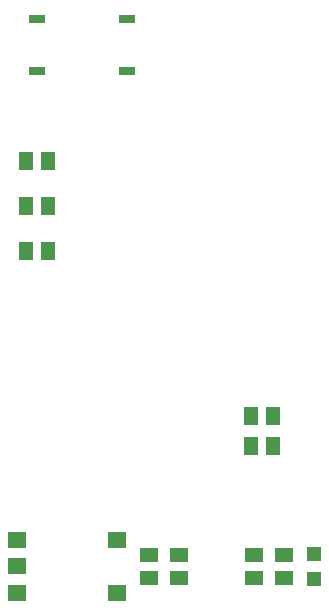
<source format=gtp>
G75*
%MOIN*%
%OFA0B0*%
%FSLAX25Y25*%
%IPPOS*%
%LPD*%
%AMOC8*
5,1,8,0,0,1.08239X$1,22.5*
%
%ADD10R,0.05118X0.05906*%
%ADD11R,0.06299X0.05512*%
%ADD12R,0.05906X0.05118*%
%ADD13R,0.04724X0.04724*%
%ADD14R,0.05600X0.02800*%
D10*
X0108855Y0060167D03*
X0116335Y0060167D03*
X0116335Y0070167D03*
X0108855Y0070167D03*
X0041335Y0125167D03*
X0033855Y0125167D03*
X0033855Y0140167D03*
X0041335Y0140167D03*
X0041335Y0155167D03*
X0033855Y0155167D03*
D11*
X0031060Y0011308D03*
X0031060Y0020167D03*
X0031060Y0029025D03*
X0064131Y0029025D03*
X0064131Y0011308D03*
D12*
X0075095Y0016427D03*
X0085095Y0016427D03*
X0085095Y0023907D03*
X0075095Y0023907D03*
X0110095Y0023907D03*
X0110095Y0016427D03*
X0120095Y0016427D03*
X0120095Y0023907D03*
D13*
X0130095Y0024301D03*
X0130095Y0016033D03*
D14*
X0067595Y0185167D03*
X0067595Y0202667D03*
X0037595Y0202667D03*
X0037595Y0185167D03*
M02*

</source>
